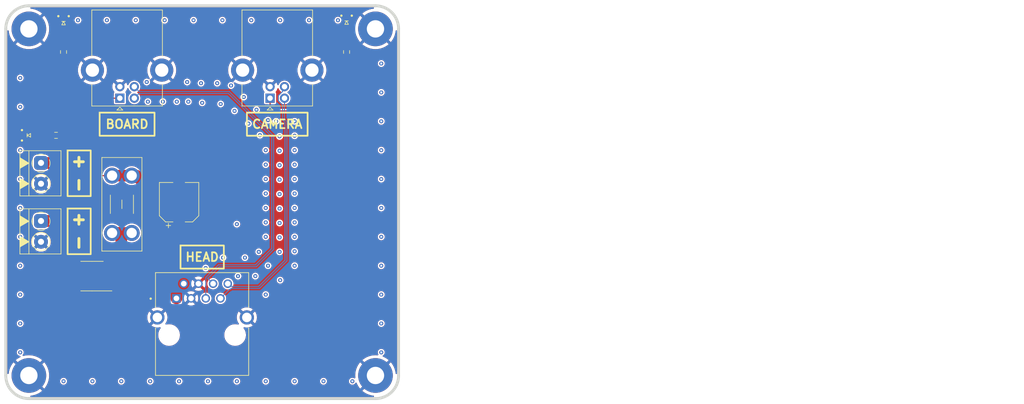
<source format=kicad_pcb>
(kicad_pcb (version 20211014) (generator pcbnew)
  (title_block (title "Candela tail") (date "2022-07-08") (rev "v0") (company "Winterbloom") (comment 1 "Alethea Flowers") (comment 2 "CERN-OHL-P V2") (comment 3 "nickel.wntr.dev"))
  (layers (0 "F.Cu" signal) (31 "B.Cu" signal) (34 "B.Paste" user) (35 "F.Paste" user) (36 "B.SilkS" user "B.Silkscreen") (37 "F.SilkS" user "F.Silkscreen") (38 "B.Mask" user) (39 "F.Mask" user) (44 "Edge.Cuts" user))
  (net 0 "")
  (net 1 "GND")
  (net 2 "+24V")
  (net 3 "/HEAD_VBUS")
  (net 4 "/CAM_VBUS")
  (net 5 "Net-(D1-Pad1)")
  (net 6 "Net-(F1-Pad1)")
  (net 7 "Net-(D2-Pad1)")
  (net 8 "+VDC")
  (net 9 "Net-(D3-Pad1)")
  (net 10 "/HEAD_D-")
  (net 11 "/HEAD_D+")
  (net 12 "/CAM_D-")
  (net 13 "/CAM_D+")
  (footprint "winterbloom:LED_0805_Kingbright_APT2012" (layer "F.Cu") (at 79.5 82.075 -90)
    (fp_text reference "D2" hide)
    (fp_text value "HEAD" hide)
    (fp_line (start 0.3 -0.3) (end 0.3 0.3) (layer "F.SilkS") (width 0.12))
    (fp_line (start 0.3 0.3) (end -0.3 0) (layer "F.SilkS") (width 0.12))
    (fp_line (start -0.3 0) (end 0.3 -0.3) (layer "F.SilkS") (width 0.12))
    (fp_line (start -0.3 0.3) (end -0.3 -0.3) (layer "F.SilkS") (width 0.12))
    (fp_circle (center -1.2 0.9) (end -1.1 0.9) (layer "F.SilkS") (width 0.2) (fill none))
    (fp_circle (center -1.2 -0.9) (end -1.1 -0.9) (layer "F.SilkS") (width 0.2) (fill none))
    (pad "1" smd roundrect (at -1.175 0 270) (size 1.25 1.25) (layers "F.Cu" "F.Paste" "F.Mask") (roundrect_rratio 0.05) (net 7 "Net-(D2-Pad1)"))
    (pad "2" smd roundrect (at 1.175 0 270) (size 1.25 1.25) (layers "F.Cu" "F.Paste" "F.Mask") (roundrect_rratio 0.05) (net 3 "/HEAD_VBUS"))
  )
  (footprint "Fuse:Fuseholder_Blade_Mini_Keystone_3568" (layer "F.Cu") (at 87.9 118.4 90)
    (fp_text reference "F1" hide)
    (fp_text value "Fuse" hide)
    (fp_line (start 6.56 3.7) (end 3.36 3.7) (layer "F.SilkS") (width 0.12))
    (fp_line (start 3.36 -0.3) (end 6.56 -0.3) (layer "F.SilkS") (width 0.12))
    (fp_line (start 13.06 -1.77) (end -3.14 -1.77) (layer "F.SilkS") (width 0.12))
    (fp_line (start 4.21 1.7) (end 5.71 1.7) (layer "F.SilkS") (width 0.12))
    (fp_line (start -3.14 -1.77) (end -3.14 5.17) (layer "F.SilkS") (width 0.12))
    (fp_line (start -3.14 5.17) (end 13.06 5.17) (layer "F.SilkS") (width 0.12))
    (fp_line (start 13.06 5.17) (end 13.06 -1.77) (layer "F.SilkS") (width 0.12))
    (pad "1" thru_hole circle (at 0 0 90) (size 2.78 2.78) (drill 1.78) (layers *.Cu *.Mask) (net 6 "Net-(F1-Pad1)"))
    (pad "1" thru_hole circle (at 0 3.4 90) (size 2.78 2.78) (drill 1.78) (layers *.Cu *.Mask) (net 6 "Net-(F1-Pad1)"))
    (pad "2" thru_hole circle (at 9.92 0 90) (size 2.78 2.78) (drill 1.78) (layers *.Cu *.Mask) (net 2 "+24V"))
    (pad "2" thru_hole circle (at 9.92 3.4 90) (size 2.78 2.78) (drill 1.78) (layers *.Cu *.Mask) (net 2 "+24V"))
  )
  (footprint "winterbloom:Connector_RJ45_SS-7188S-A-PG4-BA-50" (layer "F.Cu") (at 103.48575 136.075)
    (fp_text reference "J5" hide)
    (fp_text value "8P8C_Shielded" hide)
    (fp_line (start -8.065 -4.8) (end -8.065 -10.8) (layer "F.SilkS") (width 0.127))
    (fp_line (start -8.065 -10.8) (end 8.065 -10.8) (layer "F.SilkS") (width 0.127))
    (fp_line (start -8.065 6.98) (end -8.065 -1.23) (layer "F.SilkS") (width 0.127))
    (fp_line (start 8.065 6.98) (end -8.065 6.98) (layer "F.SilkS") (width 0.127))
    (fp_line (start 8.065 -1.23) (end 8.065 6.98) (layer "F.SilkS") (width 0.127))
    (fp_line (start 8.065 -10.8) (end 8.065 -4.8) (layer "F.SilkS") (width 0.127))
    (fp_circle (center -8.9 -6.3) (end -8.8 -6.3) (layer "F.SilkS") (width 0.2) (fill none))
    (pad "" np_thru_hole circle (at -5.715 0) (size 3.25 3.25) (drill 3.25) (layers *.Cu *.Mask))
    (pad "" np_thru_hole circle (at 5.715 0) (size 3.25 3.25) (drill 3.25) (layers *.Cu *.Mask))
    (pad "1" thru_hole rect (at -4.445 -6.35) (size 1.478 1.478) (drill 0.97) (layers *.Cu *.Mask) (net 2 "+24V"))
    (pad "2" thru_hole circle (at -3.175 -8.89) (size 1.478 1.478) (drill 0.97) (layers *.Cu *.Mask) (net 2 "+24V"))
    (pad "3" thru_hole circle (at -1.905 -6.35) (size 1.478 1.478) (drill 0.97) (layers *.Cu *.Mask) (net 1 "GND"))
    (pad "4" thru_hole circle (at -0.635 -8.89) (size 1.478 1.478) (drill 0.97) (layers *.Cu *.Mask) (net 1 "GND"))
    (pad "5" thru_hole circle (at 0.635 -6.35) (size 1.478 1.478) (drill 0.97) (layers *.Cu *.Mask) (net 10 "/HEAD_D-"))
    (pad "6" thru_hole circle (at 1.905 -8.89) (size 1.478 1.478) (drill 0.97) (layers *.Cu *.Mask) (net 11 "/HEAD_D+"))
    (pad "7" thru_hole circle (at 3.175 -6.35) (size 1.478 1.478) (drill 0.97) (layers *.Cu *.Mask) (net 12 "/CAM_D-"))
    (pad "8" thru_hole circle (at 4.445 -8.89) (size 1.478 1.478) (drill 0.97) (layers *.Cu *.Mask) (net 13 "/CAM_D+"))
    (pad "SH" thru_hole circle (at -7.745 -3.05) (size 2.475 2.475) (drill 1.65) (layers *.Cu *.Mask) (net 1 "GND"))
    (pad "SH" thru_hole circle (at 7.745 -3.05) (size 2.475 2.475) (drill 1.65) (layers *.Cu *.Mask) (net 1 "GND"))
  )
  (footprint "winterbloom:LED_0805_Kingbright_APT2012" (layer "F.Cu") (at 73.5 101.5)
    (fp_text reference "D1" hide)
    (fp_text value "24V" hide)
    (fp_line (start -0.3 0.3) (end -0.3 -0.3) (layer "F.SilkS") (width 0.12))
    (fp_line (start 0.3 -0.3) (end 0.3 0.3) (layer "F.SilkS") (width 0.12))
    (fp_line (start -0.3 0) (end 0.3 -0.3) (layer "F.SilkS") (width 0.12))
    (fp_line (start 0.3 0.3) (end -0.3 0) (layer "F.SilkS") (width 0.12))
    (fp_circle (center -1.2 -0.9) (end -1.1 -0.9) (layer "F.SilkS") (width 0.2) (fill none))
    (fp_circle (center -1.2 0.9) (end -1.1 0.9) (layer "F.SilkS") (width 0.2) (fill none))
    (pad "1" smd roundrect (at -1.175 0) (size 1.25 1.25) (layers "F.Cu" "F.Paste" "F.Mask") (roundrect_rratio 0.05) (net 5 "Net-(D1-Pad1)"))
    (pad "2" smd roundrect (at 1.175 0) (size 1.25 1.25) (layers "F.Cu" "F.Paste" "F.Mask") (roundrect_rratio 0.05) (net 2 "+24V"))
  )
  (footprint "Capacitor_SMD:CP_Elec_6.3x9.9" (layer "F.Cu") (at 99.5 113.075 90)
    (fp_text reference "C1" hide)
    (fp_text value "100u" hide)
    (fp_line (start -4.4375 -1.8475) (end -3.65 -1.8475) (layer "F.SilkS") (width 0.12))
    (fp_line (start -3.41 -2.345563) (end -3.41 -1.06) (layer "F.SilkS") (width 0.12))
    (fp_line (start -3.41 2.345563) (end -2.345563 3.41) (layer "F.SilkS") (width 0.12))
    (fp_line (start -2.345563 -3.41) (end 3.41 -3.41) (layer "F.SilkS") (width 0.12))
    (fp_line (start 3.41 3.41) (end 3.41 1.06) (layer "F.SilkS") (width 0.12))
    (fp_line (start -2.345563 3.41) (end 3.41 3.41) (layer "F.SilkS") (width 0.12))
    (fp_line (start 3.41 -3.41) (end 3.41 -1.06) (layer "F.SilkS") (width 0.12))
    (fp_line (start -4.04375 -2.24125) (end -4.04375 -1.45375) (layer "F.SilkS") (width 0.12))
    (fp_line (start -3.41 2.345563) (end -3.41 1.06) (layer "F.SilkS") (width 0.12))
    (fp_line (start -3.41 -2.345563) (end -2.345563 -3.41) (layer "F.SilkS") (width 0.12))
    (pad "1" smd roundrect (at -2.8 0 90) (size 3.5 1.6) (layers "F.Cu" "F.Paste" "F.Mask") (roundrect_rratio 0.15625) (net 2 "+24V"))
    (pad "2" smd roundrect (at 2.8 0 90) (size 3.5 1.6) (layers "F.Cu" "F.Paste" "F.Mask") (roundrect_rratio 0.15625) (net 1 "GND"))
  )
  (footprint "winterbloom:TerminalBlock_4UCON_1x02_P3.50mm_Horizontal" (layer "F.Cu") (at 75.6 116.3758 -90)
    (fp_text reference "J2" hide)
    (fp_text value "DC THRU" hide)
    (fp_line (start 5.66 -3.46) (end 5.66 3.66) (layer "F.SilkS") (width 0.12))
    (fp_line (start -2.16 3.66) (end 5.66 3.66) (layer "F.SilkS") (width 0.12))
    (fp_line (start -2.16 -3.46) (end -2.16 3.66) (layer "F.SilkS") (width 0.12))
    (fp_line (start -2.16 -3.46) (end 5.66 -3.46) (layer "F.SilkS") (width 0.12))
    (fp_line (start -2.16 2.1) (end 5.66 2.1) (layer "F.SilkS") (width 0.12))
    (fp_arc (start -1.432109 0.607742) (mid -1.555727 -0.00014) (end -1.432 -0.608) (layer "F.SilkS") (width 0.12))
    (fp_arc (start 1.432109 -0.607742) (mid 1.555727 0.00014) (end 1.432 0.608) (layer "F.SilkS") (width 0.12))
    (fp_arc (start 0.027011 1.555493) (mid -0.296984 1.527118) (end -0.608 1.432) (layer "F.SilkS") (width 0.12))
    (fp_arc (start 0.607587 1.431385) (mid 0.310017 1.523783) (end 0 1.555) (layer "F.SilkS") (width 0.12))
    (fp_arc (start -0.607742 -1.432109) (mid 0.00014 -1.555727) (end 0.608 -1.432) (layer "F.SilkS") (width 0.12))
    (fp_circle (center 3.5 0) (end 5.055 0) (layer "F.SilkS") (width 0.12) (fill none))
    (fp_poly (pts (xy 4.45 3.65) (xy 2.6 3.65) (xy 3.55 2.1)) (layer "F.SilkS") (width 0.12) (fill solid))
    (fp_poly (pts (xy 0.9 3.65) (xy -0.95 3.65) (xy 0 2.1)) (layer "F.SilkS") (width 0.12) (fill solid))
    (pad "1" thru_hole roundrect (at -0.0508 0 270) (size 2.4 2.4) (drill 1.05) (layers *.Cu *.Mask) (net 8 "+VDC"))
    (pad "2" thru_hole circle (at 3.556 0 270) (size 2.4 2.4) (drill 1.05) (layers *.Cu *.Mask) (net 1 "GND"))
  )
  (footprint "MountingHole:MountingHole_3mm_Pad" (layer "F.Cu") (at 133.5 143.075)
    (fp_text reference "H4" hide)
    (fp_text value "GND" hide)
    (pad "1" thru_hole circle (at 0 0) (size 6 6) (drill 3) (layers *.Cu *.Mask) (net 1 "GND"))
  )
  (footprint "Connector_USB:USB_B_Lumberg_2411_02_Horizontal" (layer "F.Cu") (at 115.25 95.075 90)
    (fp_text reference "J4" hide)
    (fp_text value "Camera" hide)
    (fp_line (start -1.55 0) (end -2.05 -0.5) (layer "F.SilkS") (width 0.12))
    (fp_line (start -2.05 -0.5) (end -2.05 0.5) (layer "F.SilkS") (width 0.12))
    (fp_line (start -1.35 -4.86) (end 2.4 -4.86) (layer "F.SilkS") (width 0.12))
    (fp_line (start -1.35 7.36) (end 2.4 7.36) (layer "F.SilkS") (width 0.12))
    (fp_line (start 15.27 7.36) (end 15.27 -4.86) (layer "F.SilkS") (width 0.12))
    (fp_line (start 15.27 -4.86) (end 7.3 -4.86) (layer "F.SilkS") (width 0.12))
    (fp_line (start -1.35 7.36) (end -1.35 -4.86) (layer "F.SilkS") (width 0.12))
    (fp_line (start 15.27 7.36) (end 7.3 7.36) (layer "F.SilkS") (width 0.12))
    (fp_line (start -2.05 0.5) (end -1.55 0) (layer "F.SilkS") (width 0.12))
    (pad "1" thru_hole rect (at 0 0 180) (size 1.6 1.6) (drill 0.95) (layers *.Cu *.Mask) (net 4 "/CAM_VBUS"))
    (pad "2" thru_hole circle (at 0 2.5 180) (size 1.6 1.6) (drill 0.95) (layers *.Cu *.Mask) (net 12 "/CAM_D-"))
    (pad "3" thru_hole circle (at 2 2.5 180) (size 1.6 1.6) (drill 0.95) (layers *.Cu *.Mask) (net 13 "/CAM_D+"))
    (pad "4" thru_hole circle (at 2 0 180) (size 1.6 1.6) (drill 0.95) (layers *.Cu *.Mask) (net 1 "GND"))
    (pad "5" thru_hole circle (at 4.86 7.25 180) (size 4 4) (drill 2.3) (layers *.Cu *.Mask) (net 1 "GND"))
    (pad "5" thru_hole circle (at 4.86 -4.75 180) (size 4 4) (drill 2.3) (layers *.Cu *.Mask) (net 1 "GND"))
  )
  (footprint "Resistor_SMD:R_0603_1608Metric_Pad0.98x0.95mm_HandSolder" (layer "F.Cu") (at 78.2 101.5)
    (fp_text reference "R1" hide)
    (fp_text value "5.1k" hide)
    (fp_line (start -0.254724 0.5225) (end 0.254724 0.5225) (layer "F.SilkS") (width 0.12))
    (fp_line (start -0.254724 -0.5225) (end 0.254724 -0.5225) (layer "F.SilkS") (width 0.12))
    (pad "1" smd roundrect (at -0.9125 0) (size 0.975 0.95) (layers "F.Cu" "F.Paste" "F.Mask") (net 5 "Net-(D1-Pad1)"))
    (pad "2" smd roundrect (at 0.9125 0) (size 0.975 0.95) (layers "F.Cu" "F.Paste" "F.Mask") (net 1 "GND"))
  )
  (footprint "MountingHole:MountingHole_3mm_Pad" (layer "F.Cu") (at 133.5 83.075)
    (fp_text reference "H3" hide)
    (fp_text value "GND" hide)
    (pad "1" thru_hole circle locked (at 0 0) (size 6 6) (drill 3) (layers *.Cu *.Mask) (net 1 "GND"))
  )
  (footprint "MountingHole:MountingHole_3mm_Pad" (layer "F.Cu") (at 73.5 143.075)
    (fp_text reference "H2" hide)
    (fp_text value "GND" hide)
    (pad "1" thru_hole circle (at 0 0) (size 6 6) (drill 3) (layers *.Cu *.Mask) (net 1 "GND"))
  )
  (footprint "Package_SO:SOIC-8_3.9x4.9mm_P1.27mm" (layer "F.Cu") (at 84.425 125.87 180)
    (fp_text reference "Q1" hide)
    (fp_text value "DMP3037LSS-13" hide)
    (fp_line (start 0 2.56) (end 1.95 2.56) (layer "F.SilkS") (width 0.12))
    (fp_line (start 0 -2.56) (end 1.95 -2.56) (layer "F.SilkS") (width 0.12))
    (fp_line (start 0 2.56) (end -1.95 2.56) (layer "F.SilkS") (width 0.12))
    (fp_line (start 0 -2.56) (end -3.45 -2.56) (layer "F.SilkS") (width 0.12))
    (pad "1" smd roundrect (at -2.475 -1.905 180) (size 1.95 0.6) (layers "F.Cu" "F.Paste" "F.Mask") (net 6 "Net-(F1-Pad1)"))
    (pad "2" smd roundrect (at -2.475 -0.635 180) (size 1.95 0.6) (layers "F.Cu" "F.Paste" "F.Mask") (net 6 "Net-(F1-Pad1)"))
    (pad "3" smd roundrect (at -2.475 0.635 180) (size 1.95 0.6) (layers "F.Cu" "F.Paste" "F.Mask") (net 6 "Net-(F1-Pad1)"))
    (pad "4" smd roundrect (at -2.475 1.905 180) (size 1.95 0.6) (layers "F.Cu" "F.Paste" "F.Mask") (net 1 "GND"))
    (pad "5" smd roundrect (at 2.475 1.905 180) (size 1.95 0.6) (layers "F.Cu" "F.Paste" "F.Mask") (net 8 "+VDC"))
    (pad "6" smd roundrect (at 2.475 0.635 180) (size 1.95 0.6) (layers "F.Cu" "F.Paste" "F.Mask") (net 8 "+VDC"))
    (pad "7" smd roundrect (at 2.475 -0.635 180) (size 1.95 0.6) (layers "F.Cu" "F.Paste" "F.Mask") (net 8 "+VDC"))
    (pad "8" smd roundrect (at 2.475 -1.905 180) (size 1.95 0.6) (layers "F.Cu" "F.Paste" "F.Mask") (net 8 "+VDC"))
  )
  (footprint "winterbloom:TerminalBlock_4UCON_1x02_P3.50mm_Horizontal" (layer "F.Cu") (at 75.6 106.325 -90)
    (fp_text reference "J1" hide)
    (fp_text value "DC IN" hide)
    (fp_line (start -2.16 3.66) (end 5.66 3.66) (layer "F.SilkS") (width 0.12))
    (fp_line (start -2.16 -3.46) (end 5.66 -3.46) (layer "F.SilkS") (width 0.12))
    (fp_line (start -2.16 2.1) (end 5.66 2.1) (layer "F.SilkS") (width 0.12))
    (fp_line (start 5.66 -3.46) (end 5.66 3.66) (layer "F.SilkS") (width 0.12))
    (fp_line (start -2.16 -3.46) (end -2.16 3.66) (layer "F.SilkS") (width 0.12))
    (fp_arc (start -0.607742 -1.432109) (mid 0.00014 -1.555727) (end 0.608 -1.432) (layer "F.SilkS") (width 0.12))
    (fp_arc (start -1.432109 0.607742) (mid -1.555727 -0.00014) (end -1.432 -0.608) (layer "F.SilkS") (width 0.12))
    (fp_arc (start 1.432109 -0.607742) (mid 1.555727 0.00014) (end 1.432 0.608) (layer "F.SilkS") (width 0.12))
    (fp_arc (start 0.607587 1.431385) (mid 0.310017 1.523783) (end 0 1.555) (layer "F.SilkS") (width 0.12))
    (fp_arc (start 0.027011 1.555493) (mid -0.296984 1.527118) (end -0.608 1.432) (layer "F.SilkS") (width 0.12))
    (fp_circle (center 3.5 0) (end 5.055 0) (layer "F.SilkS") (width 0.12) (fill none))
    (fp_poly (pts (xy 4.45 3.65) (xy 2.6 3.65) (xy 3.55 2.1)) (layer "F.SilkS") (width 0.12) (fill solid))
    (fp_poly (pts (xy 0.9 3.65) (xy -0.95 3.65) (xy 0 2.1)) (layer "F.SilkS") (width 0.12) (fill solid))
    (pad "1" thru_hole roundrect (at -0.0508 0 270) (size 2.4 2.4) (drill 1.05) (layers *.Cu *.Mask) (net 8 "+VDC"))
    (pad "2" thru_hole circle (at 3.556 0 270) (size 2.4 2.4) (drill 1.05) (layers *.Cu *.Mask) (net 1 "GND"))
  )
  (footprint "Connector_USB:USB_B_Lumberg_2411_02_Horizontal" (layer "F.Cu") (at 89.25 95.075 90)
    (fp_text reference "J3" hide)
    (fp_text value "Head" hide)
    (fp_line (start 15.27 7.36) (end 7.3 7.36) (layer "F.SilkS") (width 0.12))
    (fp_line (start -2.05 0.5) (end -1.55 0) (layer "F.SilkS") (width 0.12))
    (fp_line (start -1.55 0) (end -2.05 -0.5) (layer "F.SilkS") (width 0.12))
    (fp_line (start -2.05 -0.5) (end -2.05 0.5) (layer "F.SilkS") (width 0.12))
    (fp_line (start -1.35 -4.86) (end 2.4 -4.86) (layer "F.SilkS") (width 0.12))
    (fp_line (start 15.27 7.36) (end 15.27 -4.86) (layer "F.SilkS") (width 0.12))
    (fp_line (start -1.35 7.36) (end -1.35 -4.86) (layer "F.SilkS") (width 0.12))
    (fp_line (start -1.35 7.36) (end 2.4 7.36) (layer "F.SilkS") (width 0.12))
    (fp_line (start 15.27 -4.86) (end 7.3 -4.86) (layer "F.SilkS") (width 0.12))
    (pad "1" thru_hole rect (at 0 0 180) (size 1.6 1.6) (drill 0.95) (layers *.Cu *.Mask) (net 3 "/HEAD_VBUS"))
    (pad "2" thru_hole circle (at 0 2.5 180) (size 1.6 1.6) (drill 0.95) (layers *.Cu *.Mask) (net 10 "/HEAD_D-"))
    (pad "3" thru_hole circle (at 2 2.5 180) (size 1.6 1.6) (drill 0.95) (layers *.Cu *.Mask) (net 11 "/HEAD_D+"))
    (pad "4" thru_hole circle (at 2 0 180) (size 1.6 1.6) (drill 0.95) (layers *.Cu *.Mask) (net 1 "GND"))
    (pad "5" thru_hole circle (at 4.86 -4.75 180) (size 4 4) (drill 2.3) (layers *.Cu *.Mask) (net 1 "GND"))
    (pad "5" thru_hole circle (at 4.86 7.25 180) (size 4 4) (drill 2.3) (layers *.Cu *.Mask) (net 1 "GND"))
  )
  (footprint "Resistor_SMD:R_0603_1608Metric_Pad0.98x0.95mm_HandSolder" (layer "F.Cu") (at 128.5 87.075 -90)
    (fp_text reference "R3" hide)
    (fp_text value "5.1k" hide)
    (fp_line (start -0.254724 -0.5225) (end 0.254724 -0.5225) (layer "F.SilkS") (width 0.12))
    (fp_line (start -0.254724 0.5225) (end 0.254724 0.5225) (layer "F.SilkS") (width 0.12))
    (pad "1" smd roundrect (at -0.9125 0 270) (size 0.975 0.95) (layers "F.Cu" "F.Paste" "F.Mask") (net 9 "Net-(D3-Pad1)"))
    (pad "2" smd roundrect (at 0.9125 0 270) (size 0.975 0.95) (layers "F.Cu" "F.Paste" "F.Mask") (net 1 "GND"))
  )
  (footprint "Resistor_SMD:R_0603_1608Metric_Pad0.98x0.95mm_HandSolder" (layer "F.Cu") (at 79.5 87.075 90)
    (fp_text reference "R2" hide)
    (fp_text value "5.1k" hide)
    (fp_line (start -0.254724 -0.5225) (end 0.254724 -0.5225) (layer "F.SilkS") (width 0.12))
    (fp_line (start -0.254724 0.5225) (end 0.254724 0.5225) (layer "F.SilkS") (width 0.12))
    (pad "1" smd roundrect (at -0.9125 0 90) (size 0.975 0.95) (layers "F.Cu" "F.Paste" "F.Mask") (net 7 "Net-(D2-Pad1)"))
    (pad "2" smd roundrect (at 0.9125 0 90) (size 0.975 0.95) (layers "F.Cu" "F.Paste" "F.Mask") (net 1 "GND"))
  )
  (footprint "winterbloom:LED_0805_Kingbright_APT2012" (layer "F.Cu") (at 128.5 81.9875 -90)
    (fp_text reference "D3" hide)
    (fp_text value "CAM" hide)
    (fp_line (start 0.3 -0.3) (end 0.3 0.3) (layer "F.SilkS") (width 0.12))
    (fp_line (start -0.3 0) (end 0.3 -0.3) (layer "F.SilkS") (width 0.12))
    (fp_line (start 0.3 0.3) (end -0.3 0) (layer "F.SilkS") (width 0.12))
    (fp_line (start -0.3 0.3) (end -0.3 -0.3) (layer "F.SilkS") (width 0.12))
    (fp_circle (center -1.2 0.9) (end -1.1 0.9) (layer "F.SilkS") (width 0.2) (fill none))
    (fp_circle (center -1.2 -0.9) (end -1.1 -0.9) (layer "F.SilkS") (width 0.2) (fill none))
    (pad "1" smd roundrect (at -1.175 0 270) (size 1.25 1.25) (layers "F.Cu" "F.Paste" "F.Mask") (roundrect_rratio 0.05) (net 9 "Net-(D3-Pad1)"))
    (pad "2" smd roundrect (at 1.175 0 270) (size 1.25 1.25) (layers "F.Cu" "F.Paste" "F.Mask") (roundrect_rratio 0.05) (net 4 "/CAM_VBUS"))
  )
  (footprint "MountingHole:MountingHole_3mm_Pad" (layer "F.Cu") (at 73.5 83.075)
    (fp_text reference "H1" hide)
    (fp_text value "GND" hide)
    (pad "1" thru_hole circle locked (at 0 0) (size 6 6) (drill 3) (layers *.Cu *.Mask) (net 1 "GND"))
  )
  (gr_rect (start 85.75 97.575) (end 95.25 101.575) (layer "F.SilkS") (width 0.3) (fill none))
  (gr_rect (start 80.2 122.075) (end 84.2 114.175) (layer "F.SilkS") (width 0.3) (fill none))
  (gr_rect (start 80.2 112.025) (end 84.2 104.125) (layer "F.SilkS") (width 0.3) (fill none))
  (gr_rect (start 99.75 120.575) (end 107.25 124.575) (layer "F.SilkS") (width 0.3) (fill none))
  (gr_rect (start 111.25 97.575) (end 121.75 101.575) (layer "F.SilkS") (width 0.3) (fill none))
  (gr_arc (start 69.5 83.075) (mid 70.671573 80.246573) (end 73.5 79.075) (layer "Edge.Cuts") (width 0.5))
  (gr_line (start 73.5 79.075) (end 133.5 79.075) (layer "Edge.Cuts") (width 0.5))
  (gr_line (start 137.5 83.075) (end 137.5 143.075) (layer "Edge.Cuts") (width 0.5))
  (gr_arc (start 73.5 147.075) (mid 70.671573 145.903427) (end 69.5 143.075) (layer "Edge.Cuts") (width 0.5))
  (gr_arc (start 133.5 79.075) (mid 136.328427 80.246573) (end 137.5 83.075) (layer "Edge.Cuts") (width 0.5))
  (gr_line (start 69.5 143.075) (end 69.5 83.075) (layer "Edge.Cuts") (width 0.5))
  (gr_line (start 133.5 147.075) (end 73.5 147.075) (layer "Edge.Cuts") (width 0.5))
  (gr_arc (start 137.5 143.075) (mid 136.328427 145.903427) (end 133.5 147.075) (layer "Edge.Cuts") (width 0.5))
  (gr_text "HEAD" (at 103.5 122.575) (layer "F.SilkS") (effects (font (size 1.5 1.5) (thickness 0.3))))
  (gr_text "+ -" (at 82.3 108.075 270) (layer "F.SilkS") (effects (font (size 2 2) (thickness 0.5))))
  (gr_text "+ -" (at 82.3 118.125 270) (layer "F.SilkS") (effects (font (size 2 2) (thickness 0.5))))
  (gr_text "BOARD" (at 90.5 99.575) (layer "F.SilkS") (effects (font (size 1.5 1.5) (thickness 0.3))))
  (gr_text "CAMERA" (at 116.5 99.575) (layer "F.SilkS") (effects (font (size 1.5 1.5) (thickness 0.3))))
  (via (at 116.9 121.675) (size 0.7) (drill 0.3) (layers "F.Cu" "B.Cu") (net 0))
  (via (at 119.5 114.075) (size 0.7) (drill 0.3) (layers "F.Cu" "B.Cu") (net 0))
  (via (at 72 119.075) (size 0.7) (drill 0.3) (layers "F.Cu" "B.Cu") (net 0))
  (via (at 72 124.075) (size 0.7) (drill 0.3) (layers "F.Cu" "B.Cu") (net 0))
  (via (at 100.9 92.275) (size 0.7) (drill 0.3) (layers "F.Cu" "B.Cu") (net 0))
  (via (at 114.5 114.075) (size 0.7) (drill 0.3) (layers "F.Cu" "B.Cu") (net 0))
  (via (at 117 81.575) (size 0.7) (drill 0.3) (layers "F.Cu" "B.Cu") (net 0))
  (via (at 72 139.075) (size 0.7) (drill 0.3) (layers "F.Cu" "B.Cu") (net 0))
  (via (at 122 81.575) (size 0.7) (drill 0.3) (layers "F.Cu" "B.Cu") (net 0))
  (via (at 134.5 99.075) (size 0.7) (drill 0.3) (layers "F.Cu" "B.Cu") (net 0))
  (via (at 72 114.075) (size 0.7) (drill 0.3) (layers "F.Cu" "B.Cu") (net 0))
  (via (at 134.5 104.075) (size 0.7) (drill 0.3) (layers "F.Cu" "B.Cu") (net 0))
  (via (at 119.5 116.575) (size 0.7) (drill 0.3) (layers "F.Cu" "B.Cu") (net 0))
  (via (at 107.1 122.675) (size 0.7) (drill 0.3) (layers "F.Cu" "B.Cu") (net 0))
  (via (at 108.5 92.875) (size 0.7) (drill 0.3) (layers "F.Cu" "B.Cu") (net 0))
  (via (at 113.3 121.675) (size 0.7) (drill 0.3) (layers "F.Cu" "B.Cu") (net 0))
  (via (at 114.5 106.575) (size 0.7) (drill 0.3) (layers "F.Cu" "B.Cu") (net 0))
  (via (at 119.5 121.575) (size 0.7) (drill 0.3) (layers "F.Cu" "B.Cu") (net 0))
  (via (at 116.9 106.675) (size 0.7) (drill 0.3) (layers "F.Cu" "B.Cu") (net 0))
  (via (at 113.5 101.475) (size 0.7) (drill 0.3) (layers "F.Cu" "B.Cu") (net 0))
  (via (at 134.5 109.075) (size 0.7) (drill 0.3) (layers "F.Cu" "B.Cu") (net 0))
  (via (at 99.1 95.675) (size 0.7) (drill 0.3) (layers "F.Cu" "B.Cu") (net 0))
  (via (at 72 91.575) (size 0.7) (drill 0.3) (layers "F.Cu" "B.Cu") (net 0))
  (via (at 119.5 101.575) (size 0.7) (drill 0.3) (layers "F.Cu" "B.Cu") (net 0))
  (via (at 129.5 144.075) (size 0.7) (drill 0.3) (layers "F.Cu" "B.Cu") (net 0))
  (via (at 134.5 89.075) (size 0.7) (drill 0.3) (layers "F.Cu" "B.Cu") (net 0))
  (via (at 93.9 92.275) (size 0.7) (drill 0.3) (layers "F.Cu" "B.Cu") (net 0))
  (via (at 72 109.075) (size 0.7) (drill 0.3) (layers "F.Cu" "B.Cu") (net 0))
  (via (at 114.5 109.075) (size 0.7) (drill 0.3) (layers "F.Cu" "B.Cu") (net 0))
  (via (at 94.1 95.675) (size 0.7) (drill 0.3) (layers "F.Cu" "B.Cu") (net 0))
  (via (at 116.9 101.675) (size 0.7) (drill 0.3) (layers "F.Cu" "B.Cu") (net 0))
  (via (at 109.5 144.075) (size 0.7) (drill 0.3) (layers "F.Cu" "B.Cu") (net 0))
  (via (at 102 81.575) (size 0.7) (drill 0.3) (layers "F.Cu" "B.Cu") (net 0))
  (via (at 110.9 122.675) (size 0.7) (drill 0.3) (layers "F.Cu" "B.Cu") (net 0))
  (via (at 84.5 144.075) (size 0.7) (drill 0.3) (layers "F.Cu" "B.Cu") (net 0))
  (via (at 89.5 144.075) (size 0.7) (drill 0.3) (layers "F.Cu" "B.Cu") (net 0))
  (via (at 104.1 124.475) (size 0.7) (drill 0.3) (layers "F.Cu" "B.Cu") (net 0))
  (via (at 114.5 116.575) (size 0.7) (drill 0.3) (layers "F.Cu" "B.Cu") (net 0))
  (via (at 116.9 116.675) (size 0.7) (drill 0.3) (layers "F.Cu" "B.Cu") (net 0))
  (via (at 119.5 111.575) (size 0.7) (drill 0.3) (layers "F.Cu" "B.Cu") (net 0))
  (via (at 116.9 109.175) (size 0.7) (drill 0.3) (layers "F.Cu" "B.Cu") (net 0))
  (via (at 119.5 104.075) (size 0.7) (drill 0.3) (layers "F.Cu" "B.Cu") (net 0))
  (via (at 104.5 144.075) (size 0.7) (drill 0.3) (layers "F.Cu" "B.Cu") (net 0))
  (via (at 119.5 144.075) (size 0.7) (drill 0.3) (layers "F.Cu" "B.Cu") (net 0))
  (via (at 134.5 94.075) (size 0.7) (drill 0.3) (layers "F.Cu" "B.Cu") (net 0))
  (via (at 111.5 99.475) (size 0.7) (drill 0.3) (layers "F.Cu" "B.Cu") (net 0))
  (via (at 72 96.575) (size 0.7) (drill 0.3) (layers "F.Cu" "B.Cu") (net 0))
  (via (at 109.1 97.275) (size 0.7) (drill 0.3) (layers "F.Cu" "B.Cu") (net 0))
  (via (at 99.5 144.075) (size 0.7) (drill 0.3) (layers "F.Cu" "B.Cu") (net 0))
  (via (at 87 81.575) (size 0.7) (drill 0.3) (layers "F.Cu" "B.Cu") (net 0))
  (via (at 106.1 92.475) (size 0.7) (drill 0.3) (layers "F.Cu" "B.Cu") (net 0))
  (via (at 124.5 144.075) (size 0.7) (drill 0.3) (layers "F.Cu" "B.Cu") (net 0))
  (via (at 107 81.575) (size 0.7) (drill 0.3) (layers "F.Cu" "B.Cu") (net 0))
  (via (at 134.5 114.075) (size 0.7) (drill 0.3) (layers "F.Cu" "B.Cu") (net 0))
  (via (at 119.5 106.575) (size 0.7) (drill 0.3) (layers "F.Cu" "B.Cu") (net 0))
  (via (at 110.7 94.875) (size 0.7) (drill 0.3) (layers "F.Cu" "B.Cu") (net 0))
  (via (at 119.5 119.075) (size 0.7) (drill 0.3) (layers "F.Cu" "B.Cu") (net 0))
  (via (at 114.5 104.075) (size 0.7) (drill 0.3) (layers "F.Cu" "B.Cu") (net 0))
  (via (at 109.7 125.875) (size 0.7) (drill 0.3) (layers "F.Cu" "B.Cu") (net 0))
  (via (at 134.5 139.075) (size 0.7) (drill 0.3) (layers "F.Cu" "B.Cu") (net 0))
  (via (at 114.5 129.075) (size 0.7) (drill 0.3) (layers "F.Cu" "B.Cu") (net 0))
  (via (at 94.5 144.075) (size 0.7) (drill 0.3) (layers "F.Cu" "B.Cu") (net 0))
  (via (at 116.9 111.675) (size 0.7) (drill 0.3) (layers "F.Cu" "B.Cu") (net 0))
  (via (at 106.7 96.075) (size 0.7) (drill 0.3) (layers "F.Cu" "B.Cu") (net 0))
  (via (at 119.5 109.075) (size 0.7) (drill 0.3) (layers "F.Cu" "B.Cu") (net 0))
  (via (at 116.9 104.175) (size 0.7) (drill 0.3) (layers "F.Cu" "B.Cu") (net 0))
  (via (at 119.5 99.075) (size 0.7) (drill 0.3) (layers "F.Cu" "B.Cu") (net 0))
  (via (at 114.9 124.075) (size 0.7) (drill 0.3) (layers "F.Cu" "B.Cu") (net 0))
  (via (at 127 81.575) (size 0.7) (drill 0.3) (layers "F.Cu" "B.Cu") (net 0))
  (via (at 97 81.575) (size 0.7) (drill 0.3) (layers "F.Cu" "B.Cu") (net 0))
  (via (at 72 104.075) (size 0.7) (drill 0.3) (layers "F.Cu" "B.Cu") (net 0))
  (via (at 112.7 125.875) (size 0.7) (drill 0.3) (layers "F.Cu" "B.Cu") (net 0))
  (via (at 114.5 119.075) (size 0.7) (drill 0.3) (layers "F.Cu" "B.Cu") (net 0))
  (via (at 134.5 119.075) (size 0.7) (drill 0.3) (layers "F.Cu" "B.Cu") (net 0))
  (via (at 72 134.075) (size 0.7) (drill 0.3) (layers "F.Cu" "B.Cu") (net 0))
  (via (at 96.7 95.675) (size 0.7) (drill 0.3) (layers "F.Cu" "B.Cu") (net 0))
  (via (at 114.5 144.075) (size 0.7) (drill 0.3) (layers "F.Cu" "B.Cu") (net 0))
  (via (at 116.9 114.175) (size 0.7) (drill 0.3) (layers "F.Cu" "B.Cu") (net 0))
  (via (at 134.5 134.075) (size 0.7) (drill 0.3) (layers "F.Cu" "B.Cu") (net 0))
  (via (at 116.9 119.175) (size 0.7) (drill 0.3) (layers "F.Cu" "B.Cu") (net 0))
  (via (at 92 81.575) (size 0.7) (drill 0.3) (layers "F.Cu" "B.Cu") (net 0))
  (via (at 72 129.075) (size 0.7) (drill 0.3) (layers "F.Cu" "B.Cu") (net 0))
  (via (at 134.5 129.075) (size 0.7) (drill 0.3) (layers "F.Cu" "B.Cu") (net 0))
  (via (at 101.1 95.675) (size 0.7) (drill 0.3) (layers "F.Cu" "B.Cu") (net 0))
  (via (at 112.9 97.075) (size 0.7) (drill 0.3) (layers "F.Cu" "B.Cu") (net 0))
  (via (at 134.5 124.075) (size 0.7) (drill 0.3) (layers "F.Cu" "B.Cu") (net 0))
  (via (at 82 81.575) (size 0.7) (drill 0.3) (layers "F.Cu" "B.Cu") (net 0))
  (via (at 114.9 98.875) (size 0.7) (drill 0.3) (layers "F.Cu" "B.Cu") (net 0))
  (via (at 79.5 144.075) (size 0.7) (drill 0.3) (layers "F.Cu" "B.Cu") (net 0))
  (via (at 116.3 99.075) (size 0.7) (drill 0.3) (layers "F.Cu" "B.Cu") (net 0))
  (via (at 114.5 111.575) (size 0.7) (drill 0.3) (layers "F.Cu" "B.Cu") (net 0))
  (via (at 119.5 124.075) (size 0.7) (drill 0.3) (layers "F.Cu" "B.Cu") (net 0))
  (via (at 103.3 92.475) (size 0.7) (drill 0.3) (layers "F.Cu" "B.Cu") (net 0))
  (via (at 109.5 116.875) (size 0.7) (drill 0.3) (layers "F.Cu" "B.Cu") (net 0))
  (via (at 117 126.575) (size 0.7) (drill 0.3) (layers "F.Cu" "B.Cu") (net 0))
  (via (at 103.5 95.875) (size 0.7) (drill 0.3) (layers "F.Cu" "B.Cu") (net 0))
  (via (at 112 81.575) (size 0.7) (drill 0.3) (layers "F.Cu" "B.Cu") (net 0))
  (segment (start 100.31075 127.185) (end 100.31075 119.68575) (width 2) (layer "F.Cu") (net 2))
  (segment (start 74.675 101.5) (end 75 101.5) (width 0.2) (layer "F.Cu") (net 2))
  (segment (start 99.5 115.875) (end 99.5 118.875) (width 2) (layer "F.Cu") (net 2))
  (segment (start 99.04075 128.455) (end 99.04075 129.725) (width 2) (layer "F.Cu") (net 2))
  (segment (start 92.105 108.48) (end 99.5 115.875) (width 2) (layer "F.Cu") (net 2))
  (segment (start 100.31075 127.185) (end 99.04075 128.455) (width 2) (layer "F.Cu") (net 2))
  (segment (start 75 101.5) (end 81.98 108.48) (width 0.2) (layer "F.Cu") (net 2))
  (segment (start 87.9 108.48) (end 91.3 108.48) (width 2) (layer "F.Cu") (net 2))
  (segment (start 91.3 108.48) (end 92.105 108.48) (width 2) (layer "F.Cu") (net 2))
  (segment (start 99.5 118.875) (end 100.31075 119.68575) (width 2) (layer "F.Cu") (net 2))
  (segment (start 81.98 108.48) (end 87.9 108.48) (width 0.2) (layer "F.Cu") (net 2))
  (segment (start 77.7 91.075) (end 77.7 85.05) (width 0.2) (layer "F.Cu") (net 3))
  (segment (start 81.7 95.075) (end 77.7 91.075) (width 0.2) (layer "F.Cu") (net 3))
  (segment (start 81.7 95.075) (end 89.25 95.075) (width 0.2) (layer "F.Cu") (net 3))
  (segment (start 77.7 85.05) (end 79.5 83.25) (width 0.2) (layer "F.Cu") (net 3))
  (segment (start 116.4 97.275) (end 122.1 97.275) (width 0.2) (layer "F.Cu") (net 4))
  (segment (start 126.1 93.275) (end 126.1 85.5625) (width 0.2) (layer "F.Cu") (net 4))
  (segment (start 126.1 85.5625) (end 128.5 83.1625) (width 0.2) (layer "F.Cu") (net 4))
  (segment (start 115.25 95.075) (end 115.25 96.125) (width 0.2) (layer "F.Cu") (net 4))
  (segment (start 115.25 96.125) (end 116.4 97.275) (width 0.2) (layer "F.Cu") (net 4))
  (segment (start 122.1 97.275) (end 126.1 93.275) (width 0.2) (layer "F.Cu") (net 4))
  (segment (start 72.325 101.175) (end 72.325 101.5) (width 0.2) (layer "F.Cu") (net 5))
  (segment (start 77.2875 101.5) (end 77.2875 100.7875) (width 0.2) (layer "F.Cu") (net 5))
  (segment (start 76.5 100) (end 73.5 100) (width 0.2) (layer "F.Cu") (net 5))
  (segment (start 77.2875 100.7875) (end 76.5 100) (width 0.2) (layer "F.Cu") (net 5))
  (segment (start 73.5 100) (end 72.325 101.175) (width 0.2) (layer "F.Cu") (net 5))
  (segment (start 89.5 125.675) (end 89.5 118.675) (width 2) (layer "F.Cu") (net 6))
  (segment (start 86.9 127.775) (end 86.9 125.72) (width 2) (layer "F.Cu") (net 6))
  (segment (start 89.5 118.675) (end 89.225 118.4) (width 2) (layer "F.Cu") (net 6))
  (segment (start 88.67 126.505) (end 89.5 125.675) (width 2) (layer "F.Cu") (net 6))
  (segment (start 86.9 125.72) (end 86.925 125.695) (width 2) (layer "F.Cu") (net 6))
  (segment (start 89.225 118.4) (end 91.3 118.4) (width 2) (layer "F.Cu") (net 6))
  (segment (start 86.9 126.505) (end 88.67 126.505) (width 2) (layer "F.Cu") (net 6))
  (segment (start 87.9 118.4) (end 89.225 118.4) (width 2) (layer "F.Cu") (net 6))
  (segment (start 79.5 87.9875) (end 79.9875 87.9875) (width 0.2) (layer "F.Cu") (net 7))
  (segment (start 81 86.975) (end 81 82.4) (width 0.2) (layer "F.Cu") (net 7))
  (segment (start 79.9875 87.9875) (end 81 86.975) (width 0.2) (layer "F.Cu") (net 7))
  (segment (start 81 82.4) (end 79.5 80.9) (width 0.2) (layer "F.Cu") (net 7))
  (segment (start 77.1742 106.2742) (end 75.6 106.2742) (width 2) (layer "F.Cu") (net 8))
  (segment (start 79.3 114.7) (end 79.3 108.4) (width 2) (layer "F.Cu") (net 8))
  (segment (start 77.675 116.325) (end 79.3 114.7) (width 2) (layer "F.Cu") (net 8))
  (segment (start 79.3 108.4) (end 77.1742 106.2742) (width 2) (layer "F.Cu") (net 8))
  (segment (start 78.95 116.325) (end 81.95 119.325) (width 2) (layer "F.Cu") (net 8))
  (segment (start 75.6 116.325) (end 77.675 116.325) (width 2) (layer "F.Cu") (net 8))
  (segment (start 81.95 119.325) (end 81.95 127.775) (width 2) (layer "F.Cu") (net 8))
  (segment (start 75.6 116.325) (end 78.95 116.325) (width 2) (layer "F.Cu") (net 8))
  (segment (start 128.5 85.675) (end 129.6 84.575) (width 0.2) (layer "F.Cu") (net 9))
  (segment (start 129.6 81.9125) (end 128.5 80.8125) (width 0.2) (layer "F.Cu") (net 9))
  (segment (start 128.5 86.1625) (end 128.5 85.675) (width 0.2) (layer "F.Cu") (net 9))
  (segment (start 129.6 84.575) (end 129.6 81.9125) (width 0.2) (layer "F.Cu") (net 9))
  (segment (start 92.58 94.245) (end 108.029582 94.245) (width 0.17) (layer "B.Cu") (net 10))
  (segment (start 104.12075 126.113832) (end 106.329582 123.905) (width 0.17) (layer "B.Cu") (net 10))
  (segment (start 112.729582 123.905) (end 115.53 121.104582) (width 0.17) (layer "B.Cu") (net 10))
  (segment (start 115.53 121.104582) (end 115.53 101.745418) (width 0.17) (layer "B.Cu") (net 10))
  (segment (start 115.53 101.745418) (end 108.029582 94.245) (width 0.17) (layer "B.Cu") (net 10))
  (segment (start 91.75 95.075) (end 92.58 94.245) (width 0.17) (layer "B.Cu") (net 10))
  (segment (start 104.12075 129.725) (end 104.12075 126.113832) (width 0.17) (layer "B.Cu") (net 10))
  (segment (start 106.329582 123.905) (end 112.729582 123.905) (width 0.17) (layer "B.Cu") (net 10))
  (segment (start 105.39075 127.185) (end 104.46075 126.255) (width 0.17) (layer "B.Cu") (net 11))
  (segment (start 104.46075 126.255) (end 104.46075 126.254668) (width 0.17) (layer "B.Cu") (net 11))
  (segment (start 115.87 121.245418) (end 115.87 101.604582) (width 0.17) (layer "B.Cu") (net 11))
  (segment (start 92.58 93.905) (end 108.170418 93.905) (width 0.17) (layer "B.Cu") (net 11))
  (segment (start 112.870418 124.245) (end 115.87 121.245418) (width 0.17) (layer "B.Cu") (net 11))
  (segment (start 115.87 101.604582) (end 108.170418 93.905) (width 0.17) (layer "B.Cu") (net 11))
  (segment (start 106.470418 124.245) (end 112.870418 124.245) (width 0.17) (layer "B.Cu") (net 11))
  (segment (start 91.75 93.075) (end 92.58 93.905) (width 0.17) (layer "B.Cu") (net 11))
  (segment (start 104.46075 126.254668) (end 106.470418 124.245) (width 0.17) (layer "B.Cu") (net 11))
  (segment (start 108.530788 127.99) (end 108.342277 128.178511) (width 0.17) (layer "B.Cu") (net 12))
  (segment (start 108.207239 128.178511) (end 106.66075 129.725) (width 0.17) (layer "B.Cu") (net 12))
  (segment (start 108.342277 128.178511) (end 108.207239 128.178511) (width 0.17) (layer "B.Cu") (net 12))
  (segment (start 113.425418 127.99) (end 108.530788 127.99) (width 0.17) (layer "B.Cu") (net 12))
  (segment (start 118.17 99.104582) (end 118.17 123.245418) (width 0.17) (layer "B.Cu") (net 12))
  (segment (start 117.75 95.075) (end 117.75 98.684582) (width 0.17) (layer "B.Cu") (net 12))
  (segment (start 118.17 123.245418) (end 113.425418 127.99) (width 0.17) (layer "B.Cu") (net 12))
  (segment (start 117.75 98.684582) (end 118.17 99.104582) (width 0.17) (layer "B.Cu") (net 12))
  (segment (start 117.41 96.226305) (end 117.41 98.825418) (width 0.17) (layer "B.Cu") (net 13))
  (segment (start 117.83 99.245418) (end 117.83 123.104582) (width 0.17) (layer "B.Cu") (net 13))
  (segment (start 108.39575 127.65) (end 107.93075 127.185) (width 0.17) (layer "B.Cu") (net 13))
  (segment (start 116.695489 95.511794) (end 117.41 96.226305) (width 0.17) (layer "B.Cu") (net 13))
  (segment (start 117.75 93.075) (end 117.41 93.415) (width 0.17) (layer "B.Cu") (net 13))
  (segment (start 116.695489 94.638206) (end 116.695489 95.511794) (width 0.17) (layer "B.Cu") (net 13))
  (segment (start 117.83 123.104582) (end 113.284582 127.65) (width 0.17) (layer "B.Cu") (net 13))
  (segment (start 113.284582 127.65) (end 108.39575 127.65) (width 0.17) (layer "B.Cu") (net 13))
  (segment (start 117.41 93.923695) (end 116.695489 94.638206) (width 0.17) (layer "B.Cu") (net 13))
  (segment (start 117.41 93.415) (end 117.41 93.923695) (width 0.17) (layer "B.Cu") (net 13))
  (segment (start 117.41 98.825418) (end 117.83 99.245418) (width 0.17) (layer "B.Cu") (net 13))
  (zone (net 1) (net_name "GND") (layer "F.Cu") (connect_pads thru_hole_only (clearance 0.254)) (min_thickness 0.254) (fill yes (thermal_gap 0.508) (thermal_bridge_width 0.508))
    (polygon (pts (xy 138.5 148.075) (xy 68.5 148.075) (xy 68.5 78.075) (xy 138.5 78.075)))
  )
  (zone (net 1) (net_name "GND") (layer "B.Cu") (connect_pads thru_hole_only (clearance 0.254)) (min_thickness 0.254) (fill yes (thermal_gap 0.508) (thermal_bridge_width 0.508))
    (polygon (pts (xy 138.5 148.075) (xy 68.5 148.075) (xy 68.5 78.075) (xy 138.5 78.075)))
  )
)
</source>
